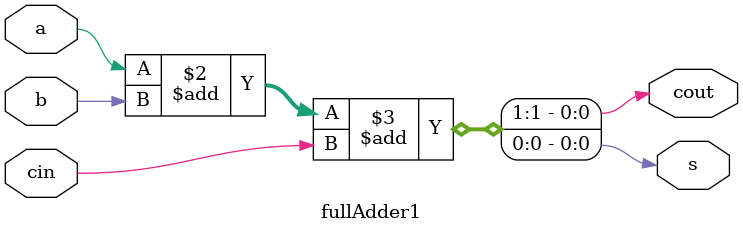
<source format=v>
`timescale 1ns / 1ns


module fullAdder1(
    output cout,
    output s,
    input a,
    input b,
    input cin
    );
reg cout, s;
always @(a or b or cin)
begin
    {cout,s}=a+b+cin;
end
endmodule

</source>
